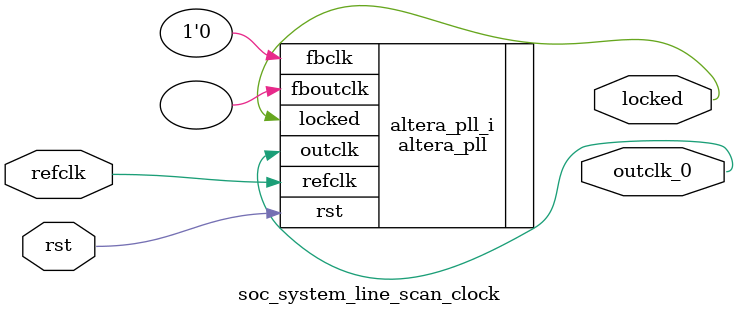
<source format=v>
`timescale 1ns/10ps
module  soc_system_line_scan_clock(

	// interface 'refclk'
	input wire refclk,

	// interface 'reset'
	input wire rst,

	// interface 'outclk0'
	output wire outclk_0,

	// interface 'locked'
	output wire locked
);

	altera_pll #(
		.fractional_vco_multiplier("false"),
		.reference_clock_frequency("50.0 MHz"),
		.operation_mode("direct"),
		.number_of_clocks(1),
		.output_clock_frequency0("40.000000 MHz"),
		.phase_shift0("0 ps"),
		.duty_cycle0(50),
		.output_clock_frequency1("0 MHz"),
		.phase_shift1("0 ps"),
		.duty_cycle1(50),
		.output_clock_frequency2("0 MHz"),
		.phase_shift2("0 ps"),
		.duty_cycle2(50),
		.output_clock_frequency3("0 MHz"),
		.phase_shift3("0 ps"),
		.duty_cycle3(50),
		.output_clock_frequency4("0 MHz"),
		.phase_shift4("0 ps"),
		.duty_cycle4(50),
		.output_clock_frequency5("0 MHz"),
		.phase_shift5("0 ps"),
		.duty_cycle5(50),
		.output_clock_frequency6("0 MHz"),
		.phase_shift6("0 ps"),
		.duty_cycle6(50),
		.output_clock_frequency7("0 MHz"),
		.phase_shift7("0 ps"),
		.duty_cycle7(50),
		.output_clock_frequency8("0 MHz"),
		.phase_shift8("0 ps"),
		.duty_cycle8(50),
		.output_clock_frequency9("0 MHz"),
		.phase_shift9("0 ps"),
		.duty_cycle9(50),
		.output_clock_frequency10("0 MHz"),
		.phase_shift10("0 ps"),
		.duty_cycle10(50),
		.output_clock_frequency11("0 MHz"),
		.phase_shift11("0 ps"),
		.duty_cycle11(50),
		.output_clock_frequency12("0 MHz"),
		.phase_shift12("0 ps"),
		.duty_cycle12(50),
		.output_clock_frequency13("0 MHz"),
		.phase_shift13("0 ps"),
		.duty_cycle13(50),
		.output_clock_frequency14("0 MHz"),
		.phase_shift14("0 ps"),
		.duty_cycle14(50),
		.output_clock_frequency15("0 MHz"),
		.phase_shift15("0 ps"),
		.duty_cycle15(50),
		.output_clock_frequency16("0 MHz"),
		.phase_shift16("0 ps"),
		.duty_cycle16(50),
		.output_clock_frequency17("0 MHz"),
		.phase_shift17("0 ps"),
		.duty_cycle17(50),
		.pll_type("General"),
		.pll_subtype("General")
	) altera_pll_i (
		.rst	(rst),
		.outclk	({outclk_0}),
		.locked	(locked),
		.fboutclk	( ),
		.fbclk	(1'b0),
		.refclk	(refclk)
	);
endmodule


</source>
